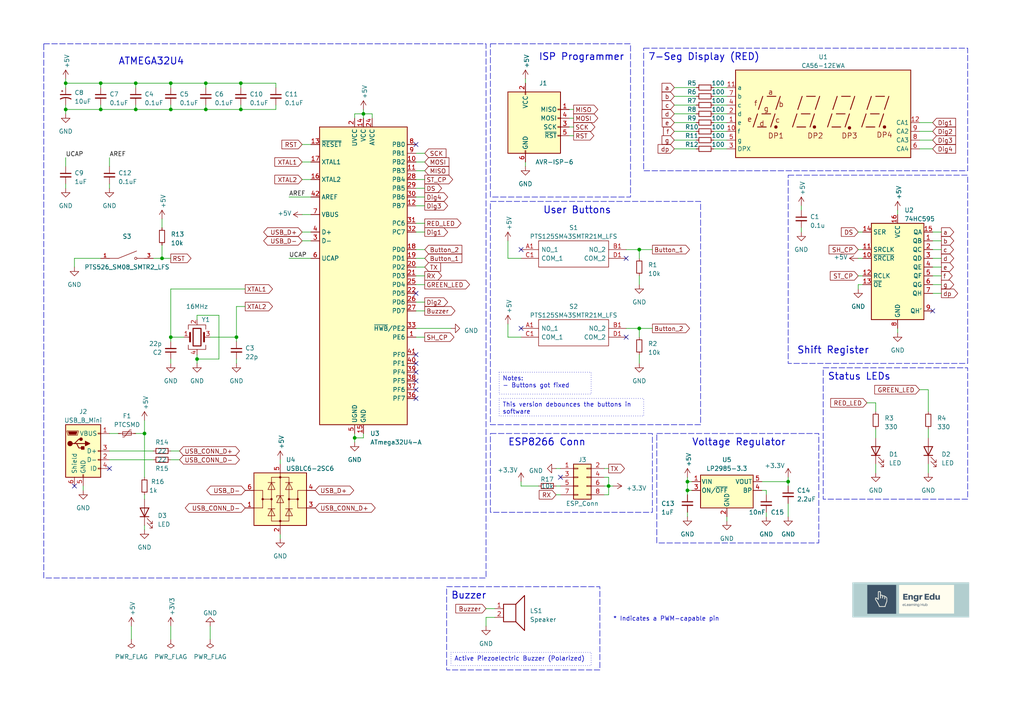
<source format=kicad_sch>
(kicad_sch (version 20230121) (generator eeschema)
  (paper "A4")
  (title_block (title "ATMEGA Kitchen Timer") (date "2023-04-15") (rev "3.0"))
  (lib_symbols
    (symbol "74xx:74HC595"
      (property "Reference" "U" (at -7.62 13.97 0))
      (property "Value" "74HC595" (at -7.62 -16.51 0))
      (symbol "74HC595_1_0"
        (pin tri_state line (at 10.16 7.62 180) (length 2.54) (name "QB") (number "1"))
        (pin input line (at -10.16 2.54 0) (length 2.54) (name "~{SRCLR}") (number "10"))
        (pin input line (at -10.16 5.08 0) (length 2.54) (name "SRCLK") (number "11"))
        (pin input line (at -10.16 -2.54 0) (length 2.54) (name "RCLK") (number "12"))
        (pin input line (at -10.16 -5.08 0) (length 2.54) (name "~{OE}") (number "13"))
        (pin input line (at -10.16 10.16 0) (length 2.54) (name "SER") (number "14"))
        (pin tri_state line (at 10.16 10.16 180) (length 2.54) (name "QA") (number "15"))
        (pin power_in line (at 0 15.24 270) (length 2.54) (name "VCC") (number "16"))
        (pin tri_state line (at 10.16 5.08 180) (length 2.54) (name "QC") (number "2"))
        (pin tri_state line (at 10.16 2.54 180) (length 2.54) (name "QD") (number "3"))
        (pin tri_state line (at 10.16 0 180) (length 2.54) (name "QE") (number "4"))
        (pin tri_state line (at 10.16 -2.54 180) (length 2.54) (name "QF") (number "5"))
        (pin tri_state line (at 10.16 -5.08 180) (length 2.54) (name "QG") (number "6"))
        (pin tri_state line (at 10.16 -7.62 180) (length 2.54) (name "QH") (number "7"))
        (pin power_in line (at 0 -17.78 90) (length 2.54) (name "GND") (number "8"))
        (pin output line (at 10.16 -12.7 180) (length 2.54) (name "QH'") (number "9"))
      )
    )
    (symbol "Connector:AVR-ISP-6" (pin_names (offset 1.016))
      (property "Reference" "J" (at -6.35 11.43 0))
      (property "Value" "AVR-ISP-6" (at 0 11.43 0))
      (symbol "AVR-ISP-6_1_1"
        (pin passive line (at 10.16 5.08 180) (length 2.54) (name "MISO") (number "1"))
        (pin passive line (at -2.54 12.7 270) (length 2.54) (name "VCC") (number "2"))
        (pin passive line (at 10.16 0 180) (length 2.54) (name "SCK") (number "3"))
        (pin passive line (at 10.16 2.54 180) (length 2.54) (name "MOSI") (number "4"))
        (pin passive line (at 10.16 -2.54 180) (length 2.54) (name "~{RST}") (number "5"))
        (pin passive line (at -2.54 -10.16 90) (length 2.54) (name "GND") (number "6"))
      )
    )
    (symbol "Connector:USB_B_Mini" (pin_names (offset 1.016))
      (property "Reference" "J" (at -5.08 11.43 0))
      (property "Value" "USB_B_Mini" (at -5.08 8.89 0))
      (symbol "USB_B_Mini_1_1"
        (pin power_out line (at 7.62 5.08 180) (length 2.54) (name "VBUS") (number "1"))
        (pin bidirectional line (at 7.62 -2.54 180) (length 2.54) (name "D-") (number "2"))
        (pin bidirectional line (at 7.62 0 180) (length 2.54) (name "D+") (number "3"))
        (pin passive line (at 7.62 -5.08 180) (length 2.54) (name "ID") (number "4"))
        (pin power_out line (at 0 -10.16 90) (length 2.54) (name "GND") (number "5"))
        (pin passive line (at -2.54 -10.16 90) (length 2.54) (name "Shield") (number "6"))
      )
    )
    (symbol "Connector_Generic:Conn_02x04_Odd_Even" (pin_names (offset 1.016) hide)
      (property "Reference" "J" (at 1.27 5.08 0))
      (property "Value" "Conn_02x04_Odd_Even" (at 1.27 -7.62 0))
      (symbol "Conn_02x04_Odd_Even_1_1"
        (pin passive line (at -5.08 2.54 0) (length 3.81) (name "Pin_1") (number "1"))
        (pin passive line (at 7.62 2.54 180) (length 3.81) (name "Pin_2") (number "2"))
        (pin passive line (at -5.08 0 0) (length 3.81) (name "Pin_3") (number "3"))
        (pin passive line (at 7.62 0 180) (length 3.81) (name "Pin_4") (number "4"))
        (pin passive line (at -5.08 -2.54 0) (length 3.81) (name "Pin_5") (number "5"))
        (pin passive line (at 7.62 -2.54 180) (length 3.81) (name "Pin_6") (number "6"))
        (pin passive line (at -5.08 -5.08 0) (length 3.81) (name "Pin_7") (number "7"))
        (pin passive line (at 7.62 -5.08 180) (length 3.81) (name "Pin_8") (number "8"))
      )
    )
    (symbol "Device:C_Polarized_Small_US" (pin_numbers hide) (pin_names (offset 0.254) hide)
      (property "Reference" "C" (at 0.254 1.778 0))
      (property "Value" "C_Polarized_Small_US" (at 0.254 -2.032 0))
      (symbol "C_Polarized_Small_US_1_1"
        (pin passive line (at 0 2.54 270) (length 2.032) (name "~") (number "1"))
        (pin passive line (at 0 -2.54 90) (length 2.032) (name "~") (number "2"))
      )
    )
    (symbol "Device:C_Small" (pin_numbers hide) (pin_names (offset 0.254) hide)
      (property "Reference" "C" (at 0.254 1.778 0))
      (property "Value" "C_Small" (at 0.254 -2.032 0))
      (symbol "C_Small_1_1"
        (pin passive line (at 0 2.54 270) (length 2.032) (name "~") (number "1"))
        (pin passive line (at 0 -2.54 90) (length 2.032) (name "~") (number "2"))
      )
    )
    (symbol "Device:Crystal_GND24" (pin_names (offset 1.016) hide)
      (property "Reference" "Y" (at 3.175 5.08 0))
      (property "Value" "Crystal_GND24" (at 3.175 3.175 0))
      (symbol "Crystal_GND24_1_1"
        (pin passive line (at -3.81 0 0) (length 1.27) (name "1") (number "1"))
        (pin passive line (at 0 5.08 270) (length 1.27) (name "2") (number "2"))
        (pin passive line (at 3.81 0 180) (length 1.27) (name "3") (number "3"))
        (pin passive line (at 0 -5.08 90) (length 1.27) (name "4") (number "4"))
      )
    )
    (symbol "Device:LED" (pin_numbers hide) (pin_names (offset 1.016) hide)
      (property "Reference" "D" (at 0 2.54 0))
      (property "Value" "LED" (at 0 -2.54 0))
      (symbol "LED_1_1"
        (pin passive line (at -3.81 0 0) (length 2.54) (name "K") (number "1"))
        (pin passive line (at 3.81 0 180) (length 2.54) (name "A") (number "2"))
      )
    )
    (symbol "Device:Polyfuse_Small" (pin_numbers hide) (pin_names (offset 0))
      (property "Reference" "F" (at -1.905 0 90))
      (property "Value" "Polyfuse_Small" (at 1.905 0 90))
      (symbol "Polyfuse_Small_1_1"
        (pin passive line (at 0 2.54 270) (length 0.635) (name "~") (number "1"))
        (pin passive line (at 0 -2.54 90) (length 0.635) (name "~") (number "2"))
      )
    )
    (symbol "Device:R_Small" (pin_numbers hide) (pin_names (offset 0.254) hide)
      (property "Reference" "R" (at 0.762 0.508 0))
      (property "Value" "R_Small" (at 0.762 -1.016 0))
      (symbol "R_Small_1_1"
        (pin passive line (at 0 2.54 270) (length 0.762) (name "~") (number "1"))
        (pin passive line (at 0 -2.54 90) (length 0.762) (name "~") (number "2"))
      )
    )
    (symbol "Device:Speaker" (pin_names (offset 0) hide)
      (property "Reference" "LS" (at 1.27 5.715 0))
      (property "Value" "Speaker" (at 1.27 3.81 0))
      (symbol "Speaker_1_1"
        (pin input line (at -5.08 0 0) (length 2.54) (name "1") (number "1"))
        (pin input line (at -5.08 -2.54 0) (length 2.54) (name "2") (number "2"))
      )
    )
    (symbol "Display_Character:CA56-12EWA"
      (property "Reference" "U" (at -24.13 13.97 0))
      (property "Value" "CA56-12EWA" (at 19.05 13.97 0))
      (symbol "CA56-12EWA_0_0"
        (text "a" (at -15.24 6.35 0) (effects (font (size 1.524 1.524))))
        (text "b" (at -12.192 2.794 0) (effects (font (size 1.524 1.524))))
        (text "c" (at -13.208 -1.778 0) (effects (font (size 1.524 1.524))))
        (text "d" (at -17.78 -2.794 0) (effects (font (size 1.524 1.524))))
        (text "DP1" (at -13.716 -6.35 0) (effects (font (size 1.524 1.524))))
        (text "DP2" (at -2.286 -6.35 0) (effects (font (size 1.524 1.524))))
        (text "DP3" (at 7.62 -6.35 0) (effects (font (size 1.524 1.524))))
        (text "DP4" (at 17.78 -6.096 0) (effects (font (size 1.524 1.524))))
        (text "e" (at -21.336 -1.524 0) (effects (font (size 1.524 1.524))))
        (text "f" (at -19.558 3.048 0) (effects (font (size 1.524 1.524))))
        (text "g" (at -16.51 1.524 0) (effects (font (size 1.524 1.524))))
      )
      (symbol "CA56-12EWA_1_1"
        (pin input line (at -27.94 -2.54 0) (length 2.54) (name "e") (number "1"))
        (pin input line (at -27.94 -5.08 0) (length 2.54) (name "f") (number "10"))
        (pin input line (at -27.94 7.62 0) (length 2.54) (name "a") (number "11"))
        (pin input line (at 27.94 -2.54 180) (length 2.54) (name "CA1") (number "12"))
        (pin input line (at -27.94 0 0) (length 2.54) (name "d") (number "2"))
        (pin input line (at -27.94 -10.16 0) (length 2.54) (name "DPX") (number "3"))
        (pin input line (at -27.94 2.54 0) (length 2.54) (name "c") (number "4"))
        (pin input line (at -27.94 -7.62 0) (length 2.54) (name "g") (number "5"))
        (pin input line (at 27.94 -10.16 180) (length 2.54) (name "CA4") (number "6"))
        (pin input line (at -27.94 5.08 0) (length 2.54) (name "b") (number "7"))
        (pin input line (at 27.94 -7.62 180) (length 2.54) (name "CA3") (number "8"))
        (pin input line (at 27.94 -5.08 180) (length 2.54) (name "CA2") (number "9"))
      )
    )
    (symbol "GND_1" (power) (pin_names (offset 0))
      (property "Value" "GND_1" (at 0 -3.81 0))
      (symbol "GND_1_1_1"
        (pin power_in line (at 0 0 270) (length 0) hide (name "GND") (number "1"))
      )
    )
    (symbol "GND_2" (power) (pin_names (offset 0))
      (property "Value" "GND_2" (at 0 -3.81 0))
      (symbol "GND_2_1_1"
        (pin power_in line (at 0 0 270) (length 0) hide (name "GND") (number "1"))
      )
    )
    (symbol "GND_3" (power) (pin_names (offset 0))
      (property "Value" "GND_3" (at 0 -3.81 0))
      (symbol "GND_3_1_1"
        (pin power_in line (at 0 0 270) (length 0) hide (name "GND") (number "1"))
      )
    )
    (symbol "MCU_Microchip_ATmega:ATmega32U4-A"
      (property "Reference" "U" (at -12.7 44.45 0))
      (property "Value" "ATmega32U4-A" (at 2.54 -44.45 0))
      (symbol "ATmega32U4-A_1_1"
        (pin bidirectional line (at 15.24 -17.78 180) (length 2.54) (name "PE6") (number "1"))
        (pin bidirectional line (at 15.24 33.02 180) (length 2.54) (name "PB2") (number "10"))
        (pin bidirectional line (at 15.24 30.48 180) (length 2.54) (name "PB3") (number "11"))
        (pin bidirectional line (at 15.24 20.32 180) (length 2.54) (name "PB7") (number "12"))
        (pin input line (at -15.24 38.1 0) (length 2.54) (name "~{RESET}") (number "13"))
        (pin power_in line (at 0 45.72 270) (length 2.54) (name "VCC") (number "14"))
        (pin power_in line (at 0 -45.72 90) (length 2.54) (name "GND") (number "15"))
        (pin output line (at -15.24 27.94 0) (length 2.54) (name "XTAL2") (number "16"))
        (pin input line (at -15.24 33.02 0) (length 2.54) (name "XTAL1") (number "17"))
        (pin bidirectional line (at 15.24 7.62 180) (length 2.54) (name "PD0") (number "18"))
        (pin bidirectional line (at 15.24 5.08 180) (length 2.54) (name "PD1") (number "19"))
        (pin power_in line (at -2.54 45.72 270) (length 2.54) (name "UVCC") (number "2"))
        (pin bidirectional line (at 15.24 2.54 180) (length 2.54) (name "PD2") (number "20"))
        (pin bidirectional line (at 15.24 0 180) (length 2.54) (name "PD3") (number "21"))
        (pin bidirectional line (at 15.24 -5.08 180) (length 2.54) (name "PD5") (number "22"))
        (pin passive line (at 0 -45.72 90) (length 2.54) hide (name "GND") (number "23"))
        (pin power_in line (at 2.54 45.72 270) (length 2.54) (name "AVCC") (number "24"))
        (pin bidirectional line (at 15.24 -2.54 180) (length 2.54) (name "PD4") (number "25"))
        (pin bidirectional line (at 15.24 -7.62 180) (length 2.54) (name "PD6") (number "26"))
        (pin bidirectional line (at 15.24 -10.16 180) (length 2.54) (name "PD7") (number "27"))
        (pin bidirectional line (at 15.24 27.94 180) (length 2.54) (name "PB4") (number "28"))
        (pin bidirectional line (at 15.24 25.4 180) (length 2.54) (name "PB5") (number "29"))
        (pin bidirectional line (at -15.24 10.16 0) (length 2.54) (name "D-") (number "3"))
        (pin bidirectional line (at 15.24 22.86 180) (length 2.54) (name "PB6") (number "30"))
        (pin bidirectional line (at 15.24 15.24 180) (length 2.54) (name "PC6") (number "31"))
        (pin bidirectional line (at 15.24 12.7 180) (length 2.54) (name "PC7") (number "32"))
        (pin bidirectional line (at 15.24 -15.24 180) (length 2.54) (name "~{HWB}/PE2") (number "33"))
        (pin passive line (at 0 45.72 270) (length 2.54) hide (name "VCC") (number "34"))
        (pin passive line (at 0 -45.72 90) (length 2.54) hide (name "GND") (number "35"))
        (pin bidirectional line (at 15.24 -35.56 180) (length 2.54) (name "PF7") (number "36"))
        (pin bidirectional line (at 15.24 -33.02 180) (length 2.54) (name "PF6") (number "37"))
        (pin bidirectional line (at 15.24 -30.48 180) (length 2.54) (name "PF5") (number "38"))
        (pin bidirectional line (at 15.24 -27.94 180) (length 2.54) (name "PF4") (number "39"))
        (pin bidirectional line (at -15.24 12.7 0) (length 2.54) (name "D+") (number "4"))
        (pin bidirectional line (at 15.24 -25.4 180) (length 2.54) (name "PF1") (number "40"))
        (pin bidirectional line (at 15.24 -22.86 180) (length 2.54) (name "PF0") (number "41"))
        (pin passive line (at -15.24 22.86 0) (length 2.54) (name "AREF") (number "42"))
        (pin passive line (at 0 -45.72 90) (length 2.54) hide (name "GND") (number "43"))
        (pin passive line (at 2.54 45.72 270) (length 2.54) hide (name "AVCC") (number "44"))
        (pin passive line (at -2.54 -45.72 90) (length 2.54) (name "UGND") (number "5"))
        (pin passive line (at -15.24 5.08 0) (length 2.54) (name "UCAP") (number "6"))
        (pin input line (at -15.24 17.78 0) (length 2.54) (name "VBUS") (number "7"))
        (pin bidirectional line (at 15.24 38.1 180) (length 2.54) (name "PB0") (number "8"))
        (pin bidirectional line (at 15.24 35.56 180) (length 2.54) (name "PB1") (number "9"))
      )
    )
    (symbol "PTS125_SMD_Button:PTS125SM43SMTR21M_LFS" (pin_names (offset 0.762))
      (property "Reference" "S" (at 26.67 7.62 0))
      (property "Value" "PTS125SM43SMTR21M_LFS" (at 26.67 5.08 0))
      (symbol "PTS125SM43SMTR21M_LFS_0_0"
        (pin passive line (at 0 0 0) (length 5.08) (name "NO_1") (number "A1"))
        (pin passive line (at 30.48 0 180) (length 5.08) (name "NO_2") (number "B1"))
        (pin passive line (at 0 -2.54 0) (length 5.08) (name "COM_1") (number "C1"))
        (pin passive line (at 30.48 -2.54 180) (length 5.08) (name "COM_2") (number "D1"))
      )
    )
    (symbol "PTS526_SMD_Button:PTS526_SM08_SMTR2_LFS" (pin_names (offset 1.016))
      (property "Reference" "S" (at -2.54 2.54 0))
      (property "Value" "PTS526_SM08_SMTR2_LFS" (at -2.54 -2.54 0))
      (symbol "PTS526_SM08_SMTR2_LFS_0_0"
        (pin passive line (at -7.62 0 0) (length 2.54) (name "~") (number "1"))
        (pin passive line (at 7.62 0 180) (length 2.54) (name "~") (number "3"))
      )
    )
    (symbol "Power_Protection:USBLC6-2SC6" (pin_names hide)
      (property "Reference" "U" (at 2.54 8.89 0))
      (property "Value" "USBLC6-2SC6" (at 2.54 -8.89 0))
      (symbol "USBLC6-2SC6_1_1"
        (pin passive line (at -10.16 -2.54 0) (length 2.54) (name "I/O1") (number "1"))
        (pin passive line (at 0 -10.16 90) (length 2.54) (name "GND") (number "2"))
        (pin passive line (at 10.16 -2.54 180) (length 2.54) (name "I/O2") (number "3"))
        (pin passive line (at 10.16 2.54 180) (length 2.54) (name "I/O2") (number "4"))
        (pin passive line (at 0 10.16 270) (length 2.54) (name "VBUS") (number "5"))
        (pin passive line (at -10.16 2.54 0) (length 2.54) (name "I/O1") (number "6"))
      )
    )
    (symbol "Regulator_Linear:LP2985-3.3" (pin_names (offset 0.254))
      (property "Reference" "U" (at -6.35 5.715 0))
      (property "Value" "LP2985-3.3" (at 0 5.715 0))
      (symbol "LP2985-3.3_1_1"
        (pin power_in line (at -10.16 2.54 0) (length 2.54) (name "VIN") (number "1"))
        (pin power_in line (at 0 -7.62 90) (length 2.54) (name "GND") (number "2"))
        (pin input line (at -10.16 0 0) (length 2.54) (name "ON/~{OFF}") (number "3"))
        (pin input line (at 10.16 0 180) (length 2.54) (name "BP") (number "4"))
        (pin power_out line (at 10.16 2.54 180) (length 2.54) (name "VOUT") (number "5"))
      )
    )
    (symbol "power:+3.3V" (power) (pin_names (offset 0))
      (property "Value" "+3.3V" (at 0 3.556 0))
      (symbol "+3.3V_1_1"
        (pin power_in line (at 0 0 90) (length 0) hide (name "+3.3V") (number "1"))
      )
    )
    (symbol "power:+3V3" (power) (pin_names (offset 0))
      (property "Value" "+3V3" (at 0 3.556 0))
      (symbol "+3V3_1_1"
        (pin power_in line (at 0 0 90) (length 0) hide (name "+3V3") (number "1"))
      )
    )
    (symbol "power:+5V" (power) (pin_names (offset 0))
      (property "Value" "+5V" (at 0 3.556 0))
      (symbol "+5V_1_1"
        (pin power_in line (at 0 0 90) (length 0) hide (name "+5V") (number "1"))
      )
    )
    (symbol "power:GND" (power) (pin_names (offset 0))
      (property "Value" "GND" (at 0 -3.81 0))
      (symbol "GND_1_1"
        (pin power_in line (at 0 0 270) (length 0) hide (name "GND") (number "1"))
      )
    )
    (symbol "power:PWR_FLAG" (power) (pin_numbers hide) (pin_names (offset 0) hide)
      (property "Value" "PWR_FLAG" (at 0 3.81 0))
      (symbol "PWR_FLAG_0_0"
        (pin power_out line (at 0 0 90) (length 0) (name "pwr") (number "1"))
      )
    )
  )
  (junction (at 46.99 74.93))
  (junction (at 57.15 104.14))
  (junction (at 228.6 139.7))
  (junction (at 49.53 97.79))
  (junction (at 49.53 31.75))
  (junction (at 29.21 31.75))
  (junction (at 199.39 139.7))
  (junction (at 41.91 125.73))
  (junction (at 185.42 72.39))
  (junction (at 69.85 24.13))
  (junction (at 199.39 142.24))
  (junction (at 185.42 95.25))
  (junction (at 102.87 127))
  (junction (at 29.21 24.13))
  (junction (at 105.41 33.02))
  (junction (at 39.37 24.13))
  (junction (at 69.85 31.75))
  (junction (at 176.53 140.97))
  (junction (at 49.53 24.13))
  (junction (at 19.05 24.13))
  (junction (at 59.69 24.13))
  (junction (at 19.05 31.75))
  (junction (at 59.69 31.75))
  (junction (at 68.58 97.79))
  (junction (at 39.37 31.75))
  (no_connect (at 120.65 113.03))
  (no_connect (at 120.65 115.57))
  (no_connect (at 162.56 138.43))
  (no_connect (at 120.65 85.09))
  (no_connect (at 120.65 110.49))
  (no_connect (at 181.61 74.93))
  (no_connect (at 151.13 72.39))
  (no_connect (at 120.65 107.95))
  (no_connect (at 181.61 97.79))
  (no_connect (at 31.75 135.89))
  (no_connect (at 21.59 140.97))
  (no_connect (at 120.65 41.91))
  (no_connect (at 151.13 95.25))
  (no_connect (at 270.51 90.17))
  (no_connect (at 120.65 105.41))
  (no_connect (at 120.65 102.87))
  (wire (pts (xy 105.41 125.73) (xy 105.41 127)))
  (wire (pts (xy 228.6 138.43) (xy 228.6 139.7)))
  (wire (pts (xy 24.13 140.97) (xy 24.13 142.24)))
  (wire (pts (xy 19.05 24.13) (xy 19.05 25.4)))
  (wire (pts (xy 31.75 45.72) (xy 31.75 48.26)))
  (wire (pts (xy 260.35 95.25) (xy 260.35 96.52)))
  (wire (pts (xy 80.01 25.4) (xy 80.01 24.13)))
  (wire (pts (xy 185.42 95.25) (xy 185.42 97.79)))
  (wire (pts (xy 39.37 24.13) (xy 49.53 24.13)))
  (wire (pts (xy 59.69 30.48) (xy 59.69 31.75)))
  (wire (pts (xy 207.01 30.48) (xy 210.82 30.48)))
  (wire (pts (xy 19.05 31.75) (xy 19.05 33.02)))
  (wire (pts (xy 31.75 133.35) (xy 44.45 133.35)))
  (wire (pts (xy 49.53 99.06) (xy 49.53 97.79)))
  (wire (pts (xy 69.85 25.4) (xy 69.85 24.13)))
  (wire (pts (xy 57.15 104.14) (xy 57.15 105.41)))
  (wire (pts (xy 175.26 138.43) (xy 176.53 138.43)))
  (wire (pts (xy 69.85 24.13) (xy 80.01 24.13)))
  (wire (pts (xy 49.53 24.13) (xy 59.69 24.13)))
  (wire (pts (xy 60.96 181.61) (xy 60.96 185.42)))
  (wire (pts (xy 120.65 74.93) (xy 123.19 74.93)))
  (wire (pts (xy 120.65 57.15) (xy 123.19 57.15)))
  (wire (pts (xy 140.97 179.07) (xy 140.97 181.61)))
  (wire (pts (xy 120.65 90.17) (xy 123.19 90.17)))
  (wire (pts (xy 57.15 91.44) (xy 63.5 91.44)))
  (wire (pts (xy 270.51 67.31) (xy 273.05 67.31)))
  (wire (pts (xy 49.53 83.82) (xy 49.53 97.79)))
  (wire (pts (xy 185.42 95.25) (xy 189.23 95.25)))
  (wire (pts (xy 185.42 72.39) (xy 185.42 74.93)))
  (wire (pts (xy 228.6 146.05) (xy 228.6 149.86)))
  (wire (pts (xy 105.41 33.02) (xy 105.41 34.29)))
  (wire (pts (xy 46.99 63.5) (xy 46.99 66.04)))
  (wire (pts (xy 21.59 74.93) (xy 29.21 74.93)))
  (wire (pts (xy 120.65 80.01) (xy 123.19 80.01)))
  (wire (pts (xy 254 124.46) (xy 254 127)))
  (wire (pts (xy 41.91 143.51) (xy 41.91 144.78)))
  (wire (pts (xy 105.41 31.75) (xy 105.41 33.02)))
  (wire (pts (xy 248.92 72.39) (xy 250.19 72.39)))
  (wire (pts (xy 87.63 62.23) (xy 90.17 62.23)))
  (wire (pts (xy 222.25 148.59) (xy 222.25 149.86)))
  (wire (pts (xy 38.1 181.61) (xy 38.1 185.42)))
  (wire (pts (xy 161.29 143.51) (xy 162.56 143.51)))
  (wire (pts (xy 176.53 138.43) (xy 176.53 140.97)))
  (wire (pts (xy 57.15 102.87) (xy 57.15 104.14)))
  (wire (pts (xy 199.39 139.7) (xy 199.39 142.24)))
  (wire (pts (xy 39.37 31.75) (xy 29.21 31.75)))
  (wire (pts (xy 87.63 67.31) (xy 90.17 67.31)))
  (wire (pts (xy 195.58 30.48) (xy 201.93 30.48)))
  (wire (pts (xy 140.97 176.53) (xy 143.51 176.53)))
  (wire (pts (xy 59.69 31.75) (xy 49.53 31.75)))
  (wire (pts (xy 266.7 38.1) (xy 270.51 38.1)))
  (wire (pts (xy 87.63 52.07) (xy 90.17 52.07)))
  (wire (pts (xy 19.05 53.34) (xy 19.05 54.61)))
  (wire (pts (xy 269.24 113.03) (xy 269.24 119.38)))
  (wire (pts (xy 49.53 181.61) (xy 49.53 185.42)))
  (wire (pts (xy 49.53 133.35) (xy 52.07 133.35)))
  (wire (pts (xy 199.39 138.43) (xy 199.39 139.7)))
  (wire (pts (xy 195.58 27.94) (xy 201.93 27.94)))
  (wire (pts (xy 19.05 31.75) (xy 29.21 31.75)))
  (wire (pts (xy 39.37 30.48) (xy 39.37 31.75)))
  (wire (pts (xy 250.19 82.55) (xy 248.92 82.55)))
  (wire (pts (xy 69.85 31.75) (xy 80.01 31.75)))
  (wire (pts (xy 83.82 74.93) (xy 90.17 74.93)))
  (wire (pts (xy 156.21 140.97) (xy 151.13 140.97)))
  (wire (pts (xy 81.28 133.35) (xy 81.28 134.62)))
  (wire (pts (xy 161.29 140.97) (xy 162.56 140.97)))
  (wire (pts (xy 29.21 30.48) (xy 29.21 31.75)))
  (wire (pts (xy 269.24 124.46) (xy 269.24 127)))
  (wire (pts (xy 175.26 143.51) (xy 176.53 143.51)))
  (wire (pts (xy 195.58 35.56) (xy 201.93 35.56)))
  (wire (pts (xy 260.35 60.96) (xy 260.35 62.23)))
  (wire (pts (xy 266.7 113.03) (xy 269.24 113.03)))
  (wire (pts (xy 176.53 140.97) (xy 176.53 143.51)))
  (wire (pts (xy 102.87 125.73) (xy 102.87 127)))
  (wire (pts (xy 199.39 148.59) (xy 199.39 149.86)))
  (wire (pts (xy 228.6 140.97) (xy 228.6 139.7)))
  (wire (pts (xy 105.41 127) (xy 102.87 127)))
  (wire (pts (xy 68.58 88.9) (xy 68.58 97.79)))
  (wire (pts (xy 102.87 127) (xy 102.87 128.27)))
  (wire (pts (xy 232.41 59.69) (xy 232.41 60.96)))
  (wire (pts (xy 29.21 24.13) (xy 39.37 24.13)))
  (wire (pts (xy 195.58 38.1) (xy 201.93 38.1)))
  (wire (pts (xy 31.75 125.73) (xy 34.29 125.73)))
  (wire (pts (xy 46.99 71.12) (xy 46.99 74.93)))
  (wire (pts (xy 248.92 67.31) (xy 250.19 67.31)))
  (wire (pts (xy 207.01 25.4) (xy 210.82 25.4)))
  (wire (pts (xy 165.1 36.83) (xy 166.37 36.83)))
  (wire (pts (xy 39.37 25.4) (xy 39.37 24.13)))
  (wire (pts (xy 185.42 72.39) (xy 189.23 72.39)))
  (wire (pts (xy 81.28 154.94) (xy 81.28 156.21)))
  (wire (pts (xy 31.75 53.34) (xy 31.75 54.61)))
  (wire (pts (xy 44.45 74.93) (xy 46.99 74.93)))
  (wire (pts (xy 220.98 142.24) (xy 222.25 142.24)))
  (wire (pts (xy 120.65 77.47) (xy 123.19 77.47)))
  (wire (pts (xy 31.75 130.81) (xy 44.45 130.81)))
  (wire (pts (xy 147.32 97.79) (xy 147.32 93.98)))
  (wire (pts (xy 49.53 25.4) (xy 49.53 24.13)))
  (wire (pts (xy 152.4 46.99) (xy 152.4 48.26)))
  (wire (pts (xy 175.26 140.97) (xy 176.53 140.97)))
  (wire (pts (xy 49.53 97.79) (xy 53.34 97.79)))
  (wire (pts (xy 176.53 140.97) (xy 177.8 140.97)))
  (wire (pts (xy 269.24 134.62) (xy 269.24 137.16)))
  (wire (pts (xy 270.51 80.01) (xy 273.05 80.01)))
  (wire (pts (xy 266.7 40.64) (xy 270.51 40.64)))
  (wire (pts (xy 120.65 64.77) (xy 123.19 64.77)))
  (wire (pts (xy 151.13 140.97) (xy 151.13 139.7)))
  (wire (pts (xy 175.26 135.89) (xy 176.53 135.89)))
  (wire (pts (xy 248.92 74.93) (xy 250.19 74.93)))
  (wire (pts (xy 207.01 33.02) (xy 210.82 33.02)))
  (wire (pts (xy 102.87 33.02) (xy 105.41 33.02)))
  (wire (pts (xy 165.1 34.29) (xy 166.37 34.29)))
  (wire (pts (xy 49.53 130.81) (xy 52.07 130.81)))
  (wire (pts (xy 195.58 43.18) (xy 201.93 43.18)))
  (wire (pts (xy 143.51 179.07) (xy 140.97 179.07)))
  (wire (pts (xy 228.6 139.7) (xy 220.98 139.7)))
  (wire (pts (xy 181.61 95.25) (xy 185.42 95.25)))
  (wire (pts (xy 181.61 72.39) (xy 185.42 72.39)))
  (wire (pts (xy 120.65 44.45) (xy 123.19 44.45)))
  (wire (pts (xy 46.99 74.93) (xy 49.53 74.93)))
  (wire (pts (xy 41.91 152.4) (xy 41.91 153.67)))
  (wire (pts (xy 49.53 31.75) (xy 39.37 31.75)))
  (wire (pts (xy 39.37 125.73) (xy 41.91 125.73)))
  (wire (pts (xy 63.5 91.44) (xy 63.5 104.14)))
  (wire (pts (xy 80.01 30.48) (xy 80.01 31.75)))
  (wire (pts (xy 120.65 97.79) (xy 123.19 97.79)))
  (wire (pts (xy 107.95 33.02) (xy 105.41 33.02)))
  (wire (pts (xy 49.53 104.14) (xy 49.53 105.41)))
  (wire (pts (xy 248.92 82.55) (xy 248.92 83.82)))
  (wire (pts (xy 207.01 40.64) (xy 210.82 40.64)))
  (wire (pts (xy 41.91 121.92) (xy 41.91 125.73)))
  (wire (pts (xy 270.51 72.39) (xy 273.05 72.39)))
  (wire (pts (xy 207.01 27.94) (xy 210.82 27.94)))
  (wire (pts (xy 195.58 33.02) (xy 201.93 33.02)))
  (wire (pts (xy 49.53 30.48) (xy 49.53 31.75)))
  (wire (pts (xy 120.65 87.63) (xy 123.19 87.63)))
  (wire (pts (xy 199.39 142.24) (xy 200.66 142.24)))
  (wire (pts (xy 207.01 38.1) (xy 210.82 38.1)))
  (wire (pts (xy 151.13 74.93) (xy 147.32 74.93)))
  (wire (pts (xy 232.41 66.04) (xy 232.41 67.31)))
  (wire (pts (xy 120.65 49.53) (xy 123.19 49.53)))
  (wire (pts (xy 83.82 57.15) (xy 90.17 57.15)))
  (wire (pts (xy 199.39 142.24) (xy 199.39 143.51)))
  (wire (pts (xy 185.42 80.01) (xy 185.42 82.55)))
  (wire (pts (xy 59.69 25.4) (xy 59.69 24.13)))
  (wire (pts (xy 41.91 125.73) (xy 41.91 138.43)))
  (wire (pts (xy 270.51 74.93) (xy 273.05 74.93)))
  (wire (pts (xy 266.7 43.18) (xy 270.51 43.18)))
  (wire (pts (xy 165.1 31.75) (xy 166.37 31.75)))
  (wire (pts (xy 151.13 97.79) (xy 147.32 97.79)))
  (wire (pts (xy 270.51 77.47) (xy 273.05 77.47)))
  (wire (pts (xy 59.69 31.75) (xy 69.85 31.75)))
  (wire (pts (xy 270.51 69.85) (xy 273.05 69.85)))
  (wire (pts (xy 120.65 46.99) (xy 123.19 46.99)))
  (wire (pts (xy 107.95 34.29) (xy 107.95 33.02)))
  (wire (pts (xy 165.1 39.37) (xy 166.37 39.37)))
  (wire (pts (xy 161.29 135.89) (xy 162.56 135.89)))
  (wire (pts (xy 87.63 46.99) (xy 90.17 46.99)))
  (wire (pts (xy 210.82 149.86) (xy 210.82 151.13)))
  (wire (pts (xy 185.42 102.87) (xy 185.42 105.41)))
  (wire (pts (xy 195.58 25.4) (xy 201.93 25.4)))
  (wire (pts (xy 195.58 40.64) (xy 201.93 40.64)))
  (wire (pts (xy 19.05 24.13) (xy 29.21 24.13)))
  (wire (pts (xy 60.96 97.79) (xy 68.58 97.79)))
  (wire (pts (xy 68.58 104.14) (xy 68.58 105.41)))
  (wire (pts (xy 71.12 88.9) (xy 68.58 88.9)))
  (wire (pts (xy 120.65 67.31) (xy 123.19 67.31)))
  (wire (pts (xy 254 116.84) (xy 254 119.38)))
  (wire (pts (xy 69.85 30.48) (xy 69.85 31.75)))
  (wire (pts (xy 254 134.62) (xy 254 137.16)))
  (wire (pts (xy 120.65 82.55) (xy 123.19 82.55)))
  (wire (pts (xy 71.12 83.82) (xy 49.53 83.82)))
  (wire (pts (xy 87.63 41.91) (xy 90.17 41.91)))
  (wire (pts (xy 222.25 142.24) (xy 222.25 143.51)))
  (wire (pts (xy 69.85 24.13) (xy 59.69 24.13)))
  (wire (pts (xy 120.65 52.07) (xy 123.19 52.07)))
  (wire (pts (xy 63.5 104.14) (xy 57.15 104.14)))
  (wire (pts (xy 120.65 72.39) (xy 123.19 72.39)))
  (wire (pts (xy 19.05 45.72) (xy 19.05 48.26)))
  (wire (pts (xy 57.15 92.71) (xy 57.15 91.44)))
  (wire (pts (xy 19.05 30.48) (xy 19.05 31.75)))
  (wire (pts (xy 68.58 97.79) (xy 68.58 99.06)))
  (wire (pts (xy 29.21 25.4) (xy 29.21 24.13)))
  (wire (pts (xy 207.01 35.56) (xy 210.82 35.56)))
  (wire (pts (xy 270.51 85.09) (xy 273.05 85.09)))
  (wire (pts (xy 147.32 74.93) (xy 147.32 69.85)))
  (wire (pts (xy 200.66 139.7) (xy 199.39 139.7)))
  (wire (pts (xy 87.63 69.85) (xy 90.17 69.85)))
  (wire (pts (xy 19.05 22.86) (xy 19.05 24.13)))
  (wire (pts (xy 120.65 54.61) (xy 123.19 54.61)))
  (wire (pts (xy 102.87 34.29) (xy 102.87 33.02)))
  (wire (pts (xy 21.59 77.47) (xy 21.59 74.93)))
  (wire (pts (xy 266.7 35.56) (xy 270.51 35.56)))
  (wire (pts (xy 120.65 59.69) (xy 123.19 59.69)))
  (wire (pts (xy 248.92 80.01) (xy 250.19 80.01)))
  (wire (pts (xy 120.65 95.25) (xy 130.81 95.25)))
  (wire (pts (xy 251.46 116.84) (xy 254 116.84)))
  (wire (pts (xy 270.51 82.55) (xy 273.05 82.55)))
  (wire (pts (xy 152.4 22.86) (xy 152.4 24.13)))
  (wire (pts (xy 207.01 43.18) (xy 210.82 43.18)))
  (rectangle (start 142.24 12.7) (end 182.88 57.15) (stroke (width 0) (type dash)))
  (rectangle (start 190.5 125.73) (end 237.49 157.48) (stroke (width 0) (type dash)))
  (rectangle (start 238.76 106.68) (end 280.67 144.78) (stroke (width 0) (type dash)))
  (rectangle (start 12.7 12.7) (end 140.97 167.64) (stroke (width 0) (type dash)))
  (rectangle (start 129.54 170.18) (end 173.99 194.31) (stroke (width 0) (type dash)))
  (rectangle (start 142.24 58.42) (end 203.2 123.19) (stroke (width 0) (type dash)))
  (rectangle (start 228.6 50.8) (end 280.67 105.41) (stroke (width 0) (type dash)))
  (rectangle (start 186.69 13.97) (end 280.67 49.53) (stroke (width 0) (type dash)))
  (rectangle (start 142.24 125.73) (end 189.23 148.59) (stroke (width 0) (type dash)))
  (image (at 264.16 173.99) (scale 0.800628))
  (text_box "Notes:\n- Buttons got fixed" (at 144.78 107.95 0) (size 26.67 6.35) (stroke (width 0) (type dot)) (effects (font (size 1.27 1.27)) (justify left top)))
  (text_box "Active Piezoelectric Buzzer (Polarized)" (at 130.81 189.23 0) (size 40.64 3.81) (stroke (width 0) (type dot)) (effects (font (size 1.27 1.27)) (justify left top)))
  (text_box "This version debounces the buttons in software" (at 144.78 115.57 0) (size 41.91 5.08) (stroke (width 0) (type dot)) (effects (font (size 1.27 1.27)) (justify left top)))
  (text "Shift Register" (at 231.14 102.87 0) (effects (font (size 2 2) (thickness 0.254) bold) (justify left bottom)))
  (text "Voltage Regulator" (at 200.66 129.54 0) (effects (font (size 2 2) (thickness 0.254) bold) (justify left bottom)))
  (text "Status LEDs" (at 240.03 110.49 0) (effects (font (size 2 2) (thickness 0.254) bold) (justify left bottom)))
  (text "ATMEGA32U4" (at 34.29 19.05 0) (effects (font (size 2 2) (thickness 0.254) bold) (justify left bottom)))
  (text "User Buttons" (at 157.48 62.23 0) (effects (font (size 2 2) (thickness 0.254) bold) (justify left bottom)))
  (text "Buzzer" (at 130.81 173.99 0) (effects (font (size 2 2) (thickness 0.254) bold) (justify left bottom)))
  (text "* Indicates a PWM-capable pin" (at 177.8 180.34 0) (effects (font (size 1.27 1.27)) (justify left bottom)))
  (text "7-Seg Display (RED)" (at 187.96 17.78 0) (effects (font (size 2 2) (thickness 0.254) bold) (justify left bottom)))
  (text "ISP Programmer" (at 156.21 17.78 0) (effects (font (size 2 2) (thickness 0.254) bold) (justify left bottom)))
  (text "ESP8266 Conn\n" (at 147.32 129.54 0) (effects (font (size 2 2) (thickness 0.254) bold) (justify left bottom)))
  (label "UCAP" (at 19.05 45.72 0))
  (label "UCAP" (at 83.82 74.93 0))
  (label "AREF" (at 31.75 45.72 0))
  (label "AREF" (at 83.82 57.15 0))
  (global_label "XTAL1" (shape input) (at 87.63 46.99 180) (property "Intersheetrefs" "${INTERSHEET_REFS}" (effects hide)))
  (global_label "SCK" (shape input) (at 123.19 44.45 0) (property "Intersheetrefs" "${INTERSHEET_REFS}" (effects hide)))
  (global_label "RST" (shape output) (at 49.53 74.93 0) (property "Intersheetrefs" "${INTERSHEET_REFS}" (effects hide)))
  (global_label "GREEN_LED" (shape output) (at 123.19 82.55 0) (property "Intersheetrefs" "${INTERSHEET_REFS}" (effects hide)))
  (global_label "e" (shape output) (at 273.05 77.47 0) (property "Intersheetrefs" "${INTERSHEET_REFS}" (effects hide)))
  (global_label "Button_1" (shape output) (at 189.23 72.39 0) (property "Intersheetrefs" "${INTERSHEET_REFS}" (effects hide)))
  (global_label "DS" (shape output) (at 123.19 54.61 0) (property "Intersheetrefs" "${INTERSHEET_REFS}" (effects hide)))
  (global_label "XTAL2" (shape output) (at 71.12 88.9 0) (property "Intersheetrefs" "${INTERSHEET_REFS}" (effects hide)))
  (global_label "g" (shape output) (at 273.05 82.55 0) (property "Intersheetrefs" "${INTERSHEET_REFS}" (effects hide)))
  (global_label "dp" (shape output) (at 273.05 85.09 0) (property "Intersheetrefs" "${INTERSHEET_REFS}" (effects hide)))
  (global_label "Button_1" (shape input) (at 123.19 74.93 0) (property "Intersheetrefs" "${INTERSHEET_REFS}" (effects hide)))
  (global_label "TX" (shape input) (at 123.19 77.47 0) (property "Intersheetrefs" "${INTERSHEET_REFS}" (effects hide)))
  (global_label "b" (shape input) (at 195.58 27.94 180) (property "Intersheetrefs" "${INTERSHEET_REFS}" (effects hide)))
  (global_label "SH_CP" (shape output) (at 123.19 97.79 0) (property "Intersheetrefs" "${INTERSHEET_REFS}" (effects hide)))
  (global_label "f" (shape output) (at 273.05 80.01 0) (property "Intersheetrefs" "${INTERSHEET_REFS}" (effects hide)))
  (global_label "ST_CP" (shape input) (at 248.92 80.01 180) (property "Intersheetrefs" "${INTERSHEET_REFS}" (effects hide)))
  (global_label "RST" (shape output) (at 166.37 39.37 0) (property "Intersheetrefs" "${INTERSHEET_REFS}" (effects hide)))
  (global_label "ST_CP" (shape output) (at 123.19 52.07 0) (property "Intersheetrefs" "${INTERSHEET_REFS}" (effects hide)))
  (global_label "USB_CONN_D-" (shape bidirectional) (at 71.12 147.32 180) (property "Intersheetrefs" "${INTERSHEET_REFS}" (effects hide)))
  (global_label "d" (shape input) (at 195.58 33.02 180) (property "Intersheetrefs" "${INTERSHEET_REFS}" (effects hide)))
  (global_label "USB_D+" (shape bidirectional) (at 87.63 67.31 180) (property "Intersheetrefs" "${INTERSHEET_REFS}" (effects hide)))
  (global_label "a" (shape input) (at 195.58 25.4 180) (property "Intersheetrefs" "${INTERSHEET_REFS}" (effects hide)))
  (global_label "Dig1" (shape output) (at 123.19 67.31 0) (property "Intersheetrefs" "${INTERSHEET_REFS}" (effects hide)))
  (global_label "USB_D-" (shape bidirectional) (at 87.63 69.85 180) (property "Intersheetrefs" "${INTERSHEET_REFS}" (effects hide)))
  (global_label "MISO" (shape input) (at 123.19 49.53 0) (property "Intersheetrefs" "${INTERSHEET_REFS}" (effects hide)))
  (global_label "USB_CONN_D+" (shape bidirectional) (at 52.07 130.81 0) (property "Intersheetrefs" "${INTERSHEET_REFS}" (effects hide)))
  (global_label "SCK" (shape output) (at 166.37 36.83 0) (property "Intersheetrefs" "${INTERSHEET_REFS}" (effects hide)))
  (global_label "c" (shape output) (at 273.05 72.39 0) (property "Intersheetrefs" "${INTERSHEET_REFS}" (effects hide)))
  (global_label "USB_CONN_D+" (shape bidirectional) (at 91.44 147.32 0) (property "Intersheetrefs" "${INTERSHEET_REFS}" (effects hide)))
  (global_label "RX" (shape input) (at 161.29 143.51 180) (property "Intersheetrefs" "${INTERSHEET_REFS}" (effects hide)))
  (global_label "g" (shape input) (at 195.58 40.64 180) (property "Intersheetrefs" "${INTERSHEET_REFS}" (effects hide)))
  (global_label "Dig1" (shape input) (at 270.51 35.56 0) (property "Intersheetrefs" "${INTERSHEET_REFS}" (effects hide)))
  (global_label "USB_D+" (shape bidirectional) (at 91.44 142.24 0) (property "Intersheetrefs" "${INTERSHEET_REFS}" (effects hide)))
  (global_label "GREEN_LED" (shape input) (at 266.7 113.03 180) (property "Intersheetrefs" "${INTERSHEET_REFS}" (effects hide)))
  (global_label "a" (shape output) (at 273.05 67.31 0) (property "Intersheetrefs" "${INTERSHEET_REFS}" (effects hide)))
  (global_label "Dig2" (shape input) (at 270.51 38.1 0) (property "Intersheetrefs" "${INTERSHEET_REFS}" (effects hide)))
  (global_label "XTAL1" (shape output) (at 71.12 83.82 0) (property "Intersheetrefs" "${INTERSHEET_REFS}" (effects hide)))
  (global_label "Dig3" (shape output) (at 123.19 59.69 0) (property "Intersheetrefs" "${INTERSHEET_REFS}" (effects hide)))
  (global_label "DS" (shape input) (at 248.92 67.31 180) (property "Intersheetrefs" "${INTERSHEET_REFS}" (effects hide)))
  (global_label "RX" (shape output) (at 123.19 80.01 0) (property "Intersheetrefs" "${INTERSHEET_REFS}" (effects hide)))
  (global_label "SH_CP" (shape input) (at 248.92 72.39 180) (property "Intersheetrefs" "${INTERSHEET_REFS}" (effects hide)))
  (global_label "Button_2" (shape output) (at 189.23 95.25 0) (property "Intersheetrefs" "${INTERSHEET_REFS}" (effects hide)))
  (global_label "Dig4" (shape input) (at 270.51 43.18 0) (property "Intersheetrefs" "${INTERSHEET_REFS}" (effects hide)))
  (global_label "MOSI" (shape input) (at 123.19 46.99 0) (property "Intersheetrefs" "${INTERSHEET_REFS}" (effects hide)))
  (global_label "XTAL2" (shape input) (at 87.63 52.07 180) (property "Intersheetrefs" "${INTERSHEET_REFS}" (effects hide)))
  (global_label "c" (shape input) (at 195.58 30.48 180) (property "Intersheetrefs" "${INTERSHEET_REFS}" (effects hide)))
  (global_label "Button_2" (shape input) (at 123.19 72.39 0) (property "Intersheetrefs" "${INTERSHEET_REFS}" (effects hide)))
  (global_label "USB_D-" (shape bidirectional) (at 71.12 142.24 180) (property "Intersheetrefs" "${INTERSHEET_REFS}" (effects hide)))
  (global_label "dp" (shape input) (at 195.58 43.18 180) (property "Intersheetrefs" "${INTERSHEET_REFS}" (effects hide)))
  (global_label "RST" (shape input) (at 87.63 41.91 180) (property "Intersheetrefs" "${INTERSHEET_REFS}" (effects hide)))
  (global_label "RED_LED" (shape output) (at 123.19 64.77 0) (property "Intersheetrefs" "${INTERSHEET_REFS}" (effects hide)))
  (global_label "Buzzer" (shape output) (at 123.19 90.17 0) (property "Intersheetrefs" "${INTERSHEET_REFS}" (effects hide)))
  (global_label "Dig3" (shape input) (at 270.51 40.64 0) (property "Intersheetrefs" "${INTERSHEET_REFS}" (effects hide)))
  (global_label "Buzzer" (shape input) (at 140.97 176.53 180) (property "Intersheetrefs" "${INTERSHEET_REFS}" (effects hide)))
  (global_label "TX" (shape output) (at 176.53 135.89 0) (property "Intersheetrefs" "${INTERSHEET_REFS}" (effects hide)))
  (global_label "Dig2" (shape output) (at 123.19 87.63 0) (property "Intersheetrefs" "${INTERSHEET_REFS}" (effects hide)))
  (global_label "d" (shape output) (at 273.05 74.93 0) (property "Intersheetrefs" "${INTERSHEET_REFS}" (effects hide)))
  (global_label "USB_CONN_D-" (shape bidirectional) (at 52.07 133.35 0) (property "Intersheetrefs" "${INTERSHEET_REFS}" (effects hide)))
  (global_label "MISO" (shape output) (at 166.37 31.75 0) (property "Intersheetrefs" "${INTERSHEET_REFS}" (effects hide)))
  (global_label "e" (shape input) (at 195.58 35.56 180) (property "Intersheetrefs" "${INTERSHEET_REFS}" (effects hide)))
  (global_label "f" (shape input) (at 195.58 38.1 180) (property "Intersheetrefs" "${INTERSHEET_REFS}" (effects hide)))
  (global_label "b" (shape output) (at 273.05 69.85 0) (property "Intersheetrefs" "${INTERSHEET_REFS}" (effects hide)))
  (global_label "Dig4" (shape output) (at 123.19 57.15 0) (property "Intersheetrefs" "${INTERSHEET_REFS}" (effects hide)))
  (global_label "MOSI" (shape output) (at 166.37 34.29 0) (property "Intersheetrefs" "${INTERSHEET_REFS}" (effects hide)))
  (global_label "RED_LED" (shape input) (at 251.46 116.84 180) (property "Intersheetrefs" "${INTERSHEET_REFS}" (effects hide)))
  (symbol (lib_id "power:+5V") (at 147.32 93.98 0) (unit 1)
    (property "Reference" "#PWR014" (effects hide))
    (property "Value" "+5V" (at 147.6756 90.932 90) (effects (justify left)))
  )
  (symbol (lib_id "74xx:74HC595") (at 260.35 77.47 0) (unit 1)
    (property "Reference" "U2" (at 262.3059 60.96 0) (effects (justify left)))
    (property "Value" "74HC595" (at 262.3059 63.5 0) (effects (justify left)))
    (property "Footprint" "Package_SO:TSSOP-16_4.4x5mm_P0.65mm" (effects hide))
    (property "Datasheet" "http://www.ti.com/lit/ds/symlink/sn74hc595.pdf" (effects hide))
  )
  (symbol (lib_id "Device:C_Small") (at 49.53 27.94 0) (unit 1)
    (property "Reference" "C5" (at 52.07 27.3113 0) (effects (justify left)))
    (property "Value" "0.1uF" (at 52.07 29.8513 0) (effects (justify left)))
    (property "Footprint" "Capacitor_SMD:C_0603_1608Metric" (effects hide))
  )
  (symbol (lib_id "power:+5V") (at 19.05 22.86 0) (unit 1)
    (property "Reference" "#PWR023" (effects hide))
    (property "Value" "+5V" (at 19.4056 19.812 90) (effects (justify left)))
  )
  (symbol (lib_id "Device:R_Small") (at 46.99 130.81 90) (unit 1)
    (property "Reference" "R14" (at 46.99 128.27 90))
    (property "Value" "22" (at 46.99 130.81 90))
    (property "Footprint" "Resistor_SMD:R_0603_1608Metric" (effects hide))
  )
  (symbol (lib_id "Device:LED") (at 254 130.81 90) (unit 1)
    (property "Reference" "D1" (at 257.81 131.7625 90) (effects (justify right)))
    (property "Value" "LED" (at 257.81 134.3025 90) (effects (justify right)))
    (property "Footprint" "LED_SMD:LED_0805_2012Metric" (effects hide))
  )
  (symbol (lib_id "power:GND") (at 102.87 128.27 0) (unit 1)
    (property "Reference" "#PWR03" (effects hide))
    (property "Value" "GND" (at 102.87 133.35 0))
  )
  (symbol (lib_id "power:+5V") (at 87.63 62.23 90) (unit 1)
    (property "Reference" "#PWR05" (effects hide))
    (property "Value" "+5V" (at 84.582 61.8744 90) (effects (justify left)))
  )
  (symbol (lib_id "Device:C_Small") (at 232.41 63.5 0) (unit 1)
    (property "Reference" "C1" (at 234.95 62.8713 0) (effects (justify left)))
    (property "Value" "0.1u" (at 234.95 65.4113 0) (effects (justify left)))
    (property "Footprint" "Capacitor_SMD:C_0603_1608Metric" (effects hide))
  )
  (symbol (lib_id "power:GND") (at 31.75 54.61 0) (unit 1)
    (property "Reference" "#PWR025" (effects hide))
    (property "Value" "GND" (at 31.75 59.69 0))
  )
  (symbol (lib_id "power:GND") (at 228.6 149.86 0) (unit 1)
    (property "Reference" "#PWR044" (effects hide))
    (property "Value" "GND" (at 228.6 154.94 0))
  )
  (symbol (lib_id "Device:C_Small") (at 39.37 27.94 0) (unit 1)
    (property "Reference" "C4" (at 41.91 27.3113 0) (effects (justify left)))
    (property "Value" "0.1uF" (at 41.91 29.8513 0) (effects (justify left)))
    (property "Footprint" "Capacitor_SMD:C_0603_1608Metric" (effects hide))
  )
  (symbol (lib_id "power:+5V") (at 199.39 138.43 0) (unit 1)
    (property "Reference" "#PWR039" (effects hide))
    (property "Value" "+5V" (at 199.7456 135.382 90) (effects (justify left)))
  )
  (symbol (lib_id "Device:Crystal_GND24") (at 57.15 97.79 0) (unit 1)
    (property "Reference" "Y1" (at 59.69 92.71 0))
    (property "Value" "16MHz" (at 57.15 88.9 0))
    (property "Footprint" "Crystal:Crystal_SMD_Abracon_ABM8G-4Pin_3.2x2.5mm" (effects hide))
  )
  (symbol (lib_id "Device:R_Small") (at 41.91 140.97 0) (unit 1)
    (property "Reference" "R16" (at 45.72 139.7 0))
    (property "Value" "1k" (at 44.45 142.24 0))
    (property "Footprint" "Resistor_SMD:R_0603_1608Metric" (effects hide))
  )
  (symbol (lib_id "Device:C_Small") (at 19.05 50.8 0) (unit 1)
    (property "Reference" "C9" (at 21.59 50.1713 0) (effects (justify left)))
    (property "Value" "1uF" (at 21.59 52.7113 0) (effects (justify left)))
    (property "Footprint" "Capacitor_SMD:C_0603_1608Metric" (effects hide))
  )
  (symbol (lib_id "PTS526_SMD_Button:PTS526_SM08_SMTR2_LFS") (at 36.83 74.93 0) (unit 1)
    (property "Reference" "S3" (at 36.83 68.58 0))
    (property "Value" "PTS526_SM08_SMTR2_LFS" (at 36.83 77.47 0))
    (property "Footprint" "PTS526_SMD_Button:PTS526_SMD_Button" (effects hide))
    (property "STANDARD" "Manufacturer Recommendations" (effects hide))
    (property "MANUFACTURER" "C&K" (effects hide))
    (property "PARTREV" "20 mar 19" (effects hide))
    (property "MAXIMUM_PACKAGE_HEIGHT" "0.95mm" (effects hide))
  )
  (symbol (lib_id "PTS125_SMD_Button:PTS125SM43SMTR21M_LFS") (at 151.13 95.25 0) (unit 1)
    (property "Reference" "S2" (at 166.37 88.9 0))
    (property "Value" "PTS125SM43SMTR21M_LFS" (at 166.37 91.44 0))
    (property "Footprint" "PTS125_SMD_Button:PTS125_SMD_Button" (effects hide))
    (property "Datasheet" "https://www.ckswitches.com/media/1462/pts125.pdf" (effects hide))
    (property "Description" "Tactile Switches SWITCH TACTILE 50mA @ 12VDC, SPST-NO, Surface Mount, Top Actuated, Gull Wing, 180gf" (effects hide))
    (property "Height" "4.3" (effects hide))
    (property "Manufacturer_Name" "C & K COMPONENTS" (effects hide))
    (property "Manufacturer_Part_Number" "PTS125SM43SMTR21M LFS" (effects hide))
    (property "Mouser Part Number" "611-PTS125S43SMTRLFS" (effects hide))
    (property "Mouser Price/Stock" "https://www.mouser.co.uk/ProductDetail/CK/PTS125SM43SMTR21M-LFS?qs=t7xnP681wgUNXpRGJY2Vkw%3D%3D" (effects hide))
  )
  (symbol (lib_id "Device:R_Small") (at 46.99 133.35 90) (unit 1)
    (property "Reference" "R15" (at 46.99 135.89 90))
    (property "Value" "22" (at 46.99 133.35 90))
    (property "Footprint" "Resistor_SMD:R_0603_1608Metric" (effects hide))
  )
  (symbol (lib_id "Device:C_Small") (at 69.85 27.94 0) (unit 1)
    (property "Reference" "C10" (at 72.39 27.3113 0) (effects (justify left)))
    (property "Value" "0.1uF" (at 72.39 29.8513 0) (effects (justify left)))
    (property "Footprint" "Capacitor_SMD:C_0603_1608Metric" (effects hide))
  )
  (symbol (lib_id "power:GND") (at 222.25 149.86 0) (unit 1)
    (property "Reference" "#PWR043" (effects hide))
    (property "Value" "GND" (at 222.25 154.94 0))
  )
  (symbol (lib_id "power:GND") (at 49.53 105.41 0) (unit 1)
    (property "Reference" "#PWR026" (effects hide))
    (property "Value" "GND" (at 49.53 110.49 0))
  )
  (symbol (lib_name "GND_3") (lib_id "power:GND") (at 232.41 67.31 0) (unit 1)
    (property "Reference" "#PWR01" (effects hide))
    (property "Value" "GND" (at 232.41 72.39 0))
  )
  (symbol (lib_id "power:PWR_FLAG") (at 38.1 185.42 180) (unit 1)
    (property "Reference" "#FLG02" (effects hide))
    (property "Value" "PWR_FLAG" (at 38.1 190.5 0))
  )
  (symbol (lib_id "Device:C_Small") (at 29.21 27.94 0) (unit 1)
    (property "Reference" "C7" (at 31.75 27.3113 0) (effects (justify left)))
    (property "Value" "0.1uF" (at 31.75 29.8513 0) (effects (justify left)))
    (property "Footprint" "Capacitor_SMD:C_0603_1608Metric" (effects hide))
  )
  (symbol (lib_id "power:+5V") (at 232.41 59.69 0) (unit 1)
    (property "Reference" "#PWR02" (effects hide))
    (property "Value" "+5V" (at 232.7656 56.642 90) (effects (justify left)))
  )
  (symbol (lib_id "power:GND") (at 130.81 95.25 90) (unit 1)
    (property "Reference" "#PWR021" (effects hide))
    (property "Value" "GND" (at 134.62 95.885 90) (effects (justify right)))
  )
  (symbol (lib_id "Device:R_Small") (at 204.47 33.02 90) (unit 1)
    (property "Reference" "R8" (at 200.66 31.75 90))
    (property "Value" "100" (at 208.28 31.75 90))
    (property "Footprint" "Resistor_SMD:R_0805_2012Metric" (effects hide))
  )
  (symbol (lib_id "power:+5V") (at 260.35 60.96 0) (unit 1)
    (property "Reference" "#PWR07" (effects hide))
    (property "Value" "+5V" (at 260.7056 57.912 90) (effects (justify left)))
  )
  (symbol (lib_id "Device:Polyfuse_Small") (at 36.83 125.73 90) (unit 1)
    (property "Reference" "F1" (at 36.83 120.65 90))
    (property "Value" "PTCSMD" (at 36.83 123.19 90))
    (property "Footprint" "Fuse:Fuse_1812_4532Metric" (effects hide))
  )
  (symbol (lib_id "Connector:USB_B_Mini") (at 24.13 130.81 0) (unit 1)
    (property "Reference" "J2" (at 24.13 119.38 0))
    (property "Value" "USB_B_Mini" (at 24.13 121.92 0))
    (property "Footprint" "Connector_USB:USB_Mini-B_Lumberg_2486_01_Horizontal" (effects hide))
  )
  (symbol (lib_id "Device:R_Small") (at 185.42 77.47 0) (unit 1)
    (property "Reference" "R1" (at 187.96 76.835 0) (effects (justify left)))
    (property "Value" "10k" (at 187.96 79.375 0) (effects (justify left)))
    (property "Footprint" "Resistor_SMD:R_0805_2012Metric" (effects hide))
  )
  (symbol (lib_id "Device:R_Small") (at 185.42 100.33 0) (unit 1)
    (property "Reference" "R2" (at 187.96 99.695 0) (effects (justify left)))
    (property "Value" "10k" (at 187.96 102.235 0) (effects (justify left)))
    (property "Footprint" "Resistor_SMD:R_0805_2012Metric" (effects hide))
  )
  (symbol (lib_id "power:+5V") (at 38.1 181.61 0) (unit 1)
    (property "Reference" "#PWR018" (effects hide))
    (property "Value" "+5V" (at 38.4556 178.562 90) (effects (justify left)))
  )
  (symbol (lib_id "Device:R_Small") (at 204.47 30.48 90) (unit 1)
    (property "Reference" "R7" (at 200.66 29.21 90))
    (property "Value" "100" (at 208.28 29.21 90))
    (property "Footprint" "Resistor_SMD:R_0805_2012Metric" (effects hide))
  )
  (symbol (lib_id "power:GND") (at 41.91 153.67 0) (unit 1)
    (property "Reference" "#PWR030" (effects hide))
    (property "Value" "GND" (at 41.91 158.75 0))
  )
  (symbol (lib_id "Device:LED") (at 269.24 130.81 90) (unit 1)
    (property "Reference" "D2" (at 273.05 131.7625 90) (effects (justify right)))
    (property "Value" "LED" (at 273.05 134.3025 90) (effects (justify right)))
    (property "Footprint" "LED_SMD:LED_0805_2012Metric" (effects hide))
  )
  (symbol (lib_id "power:+5V") (at 152.4 22.86 0) (unit 1)
    (property "Reference" "#PWR034" (effects hide))
    (property "Value" "+5V" (at 152.7556 19.812 90) (effects (justify left)))
  )
  (symbol (lib_id "power:PWR_FLAG") (at 49.53 185.42 180) (unit 1)
    (property "Reference" "#FLG03" (effects hide))
    (property "Value" "PWR_FLAG" (at 49.53 190.5 0))
  )
  (symbol (lib_id "Device:R_Small") (at 204.47 38.1 90) (unit 1)
    (property "Reference" "R10" (at 200.66 36.83 90))
    (property "Value" "100" (at 208.28 36.83 90))
    (property "Footprint" "Resistor_SMD:R_0805_2012Metric" (effects hide))
  )
  (symbol (lib_id "Device:C_Small") (at 68.58 101.6 0) (unit 1)
    (property "Reference" "C3" (at 71.12 100.9713 0) (effects (justify left)))
    (property "Value" "22p" (at 71.12 103.5113 0) (effects (justify left)))
    (property "Footprint" "Capacitor_SMD:C_0603_1608Metric" (effects hide))
  )
  (symbol (lib_id "Regulator_Linear:LP2985-3.3") (at 210.82 142.24 0) (unit 1)
    (property "Reference" "U5" (at 210.82 133.35 0))
    (property "Value" "LP2985-3.3" (at 210.82 135.89 0))
    (property "Footprint" "Package_TO_SOT_SMD:SOT-23-5" (effects hide))
    (property "Datasheet" "http://www.ti.com/lit/ds/symlink/lp2985.pdf" (effects hide))
  )
  (symbol (lib_id "Device:C_Small") (at 222.25 146.05 0) (unit 1)
    (property "Reference" "C15" (at 223.52 148.59 0) (effects (justify left)))
    (property "Value" "10nF" (at 217.17 148.59 0) (effects (justify left)))
    (property "Footprint" "Capacitor_SMD:C_0603_1608Metric" (effects hide))
  )
  (symbol (lib_id "power:GND") (at 199.39 149.86 0) (unit 1)
    (property "Reference" "#PWR042" (effects hide))
    (property "Value" "GND" (at 199.39 154.94 0))
  )
  (symbol (lib_id "power:+5V") (at 81.28 133.35 0) (unit 1)
    (property "Reference" "#PWR033" (effects hide))
    (property "Value" "+5V" (at 81.6356 130.302 90) (effects (justify left)))
  )
  (symbol (lib_id "power:PWR_FLAG") (at 60.96 185.42 180) (unit 1)
    (property "Reference" "#FLG04" (effects hide))
    (property "Value" "PWR_FLAG" (at 60.96 190.5 0))
  )
  (symbol (lib_id "Device:R_Small") (at 254 121.92 0) (unit 1)
    (property "Reference" "R3" (at 256.54 121.285 0) (effects (justify left)))
    (property "Value" "330" (at 256.54 123.825 0) (effects (justify left)))
    (property "Footprint" "Resistor_SMD:R_0805_2012Metric" (effects hide))
  )
  (symbol (lib_name "GND_1") (lib_id "power:GND") (at 185.42 105.41 0) (unit 1)
    (property "Reference" "#PWR015" (effects hide))
    (property "Value" "GND" (at 185.42 110.49 0))
  )
  (symbol (lib_name "GND_1") (lib_id "power:GND") (at 60.96 181.61 180) (unit 1)
    (property "Reference" "#PWR011" (effects hide))
    (property "Value" "GND" (at 60.96 177.8 0))
  )
  (symbol (lib_id "power:+5V") (at 41.91 121.92 0) (unit 1)
    (property "Reference" "#PWR029" (effects hide))
    (property "Value" "+5V" (at 42.2656 118.872 90) (effects (justify left)))
  )
  (symbol (lib_id "power:GND") (at 19.05 54.61 0) (unit 1)
    (property "Reference" "#PWR022" (effects hide))
    (property "Value" "GND" (at 19.05 59.69 0))
  )
  (symbol (lib_id "Device:R_Small") (at 204.47 25.4 90) (unit 1)
    (property "Reference" "R5" (at 200.66 24.13 90))
    (property "Value" "100" (at 208.28 24.13 90))
    (property "Footprint" "Resistor_SMD:R_0805_2012Metric" (effects hide))
  )
  (symbol (lib_id "Device:R_Small") (at 158.75 140.97 90) (unit 1)
    (property "Reference" "R17" (at 160.6473 139.0392 90) (effects (justify left)))
    (property "Value" "10k" (at 160.5693 140.9909 90) (effects (justify left)))
    (property "Footprint" "Resistor_SMD:R_0603_1608Metric" (effects hide))
  )
  (symbol (lib_id "power:+5V") (at 248.92 74.93 90) (unit 1)
    (property "Reference" "#PWR09" (effects hide))
    (property "Value" "+5V" (at 245.872 74.5744 90) (effects (justify left)))
  )
  (symbol (lib_id "power:+3.3V") (at 228.6 138.43 0) (unit 1)
    (property "Reference" "#PWR040" (effects hide))
    (property "Value" "+3.3V" (at 224.69 135.076 0))
  )
  (symbol (lib_id "Device:C_Small") (at 228.6 143.51 0) (unit 1)
    (property "Reference" "C14" (at 231.14 142.24 0) (effects (justify left)))
    (property "Value" "2.2uF" (at 231.14 144.78 0) (effects (justify left)))
    (property "Footprint" "Capacitor_SMD:C_0603_1608Metric" (effects hide))
  )
  (symbol (lib_id "Device:LED") (at 41.91 148.59 90) (unit 1)
    (property "Reference" "D3" (at 45.72 149.5425 90) (effects (justify right)))
    (property "Value" "LED" (at 45.72 152.0825 90) (effects (justify right)))
    (property "Footprint" "LED_SMD:LED_0805_2012Metric" (effects hide))
  )
  (symbol (lib_name "GND_1") (lib_id "power:GND") (at 248.92 83.82 0) (unit 1)
    (property "Reference" "#PWR08" (effects hide))
    (property "Value" "GND" (at 248.92 88.9 0))
  )
  (symbol (lib_id "Connector_Generic:Conn_02x04_Odd_Even") (at 167.64 138.43 0) (unit 1)
    (property "Reference" "J3" (at 168.91 133.35 0))
    (property "Value" "ESP_Conn" (at 168.91 146.05 0))
    (property "Footprint" "Connector_PinSocket_2.54mm:PinSocket_2x04_P2.54mm_Vertical" (effects hide))
  )
  (symbol (lib_id "power:GND") (at 24.13 142.24 0) (unit 1)
    (property "Reference" "#PWR031" (effects hide))
    (property "Value" "GND" (at 24.13 147.32 0))
  )
  (symbol (lib_id "power:GND") (at 19.05 33.02 0) (unit 1)
    (property "Reference" "#PWR024" (effects hide))
    (property "Value" "GND" (at 19.05 38.1 0))
  )
  (symbol (lib_id "power:GND") (at 57.15 105.41 0) (unit 1)
    (property "Reference" "#PWR017" (effects hide))
    (property "Value" "GND" (at 57.15 110.49 0))
  )
  (symbol (lib_id "Display_Character:CA56-12EWA") (at 238.76 33.02 0) (unit 1)
    (property "Reference" "U1" (at 238.76 16.51 0))
    (property "Value" "CA56-12EWA" (at 238.76 19.05 0))
    (property "Footprint" "Display_7Segment:CA56-12EWA" (effects hide))
    (property "Datasheet" "http://cdn.sparkfun.com/datasheets/Components/LED/1LEDREDCC.pdf" (effects hide))
  )
  (symbol (lib_id "Device:C_Small") (at 80.01 27.94 0) (unit 1)
    (property "Reference" "C11" (at 82.55 27.3113 0) (effects (justify left)))
    (property "Value" "0.1uF" (at 82.55 29.8513 0) (effects (justify left)))
    (property "Footprint" "Capacitor_SMD:C_0603_1608Metric" (effects hide))
  )
  (symbol (lib_id "Connector:AVR-ISP-6") (at 154.94 36.83 0) (unit 1)
    (property "Reference" "J1" (at 158.75 24.13 0) (effects (justify right)))
    (property "Value" "AVR-ISP-6" (at 166.37 46.99 0) (effects (justify right)))
    (property "Footprint" "Connector_PinSocket_2.54mm:PinSocket_2x03_P2.54mm_Vertical" (effects hide))
    (property "Datasheet" " ~" (effects hide))
  )
  (symbol (lib_id "Device:C_Polarized_Small_US") (at 19.05 27.94 0) (unit 1)
    (property "Reference" "C8" (at 21.59 26.8732 0) (effects (justify left)))
    (property "Value" "10uF" (at 21.59 29.4132 0) (effects (justify left)))
    (property "Footprint" "Capacitor_SMD:C_0805_2012Metric" (effects hide))
  )
  (symbol (lib_id "Device:C_Small") (at 31.75 50.8 0) (unit 1)
    (property "Reference" "C12" (at 34.29 50.1713 0) (effects (justify left)))
    (property "Value" "0.1uF" (at 34.29 52.7113 0) (effects (justify left)))
    (property "Footprint" "Capacitor_SMD:C_0603_1608Metric" (effects hide))
  )
  (symbol (lib_id "power:GND") (at 81.28 156.21 0) (unit 1)
    (property "Reference" "#PWR032" (effects hide))
    (property "Value" "GND" (at 81.28 161.29 0))
  )
  (symbol (lib_id "power:GND") (at 210.82 151.13 0) (unit 1)
    (property "Reference" "#PWR041" (effects hide))
    (property "Value" "GND" (at 210.82 156.21 0))
  )
  (symbol (lib_name "GND_2") (lib_id "power:GND") (at 269.24 137.16 0) (unit 1)
    (property "Reference" "#PWR020" (effects hide))
    (property "Value" "GND" (at 269.24 142.24 0))
  )
  (symbol (lib_id "Device:R_Small") (at 204.47 40.64 90) (unit 1)
    (property "Reference" "R11" (at 200.66 39.37 90))
    (property "Value" "100" (at 208.28 39.37 90))
    (property "Footprint" "Resistor_SMD:R_0805_2012Metric" (effects hide))
  )
  (symbol (lib_id "Device:R_Small") (at 269.24 121.92 0) (unit 1)
    (property "Reference" "R4" (at 271.78 121.285 0) (effects (justify left)))
    (property "Value" "330" (at 271.78 123.825 0) (effects (justify left)))
    (property "Footprint" "Resistor_SMD:R_0805_2012Metric" (effects hide))
  )
  (symbol (lib_id "power:GND") (at 68.58 105.41 0) (unit 1)
    (property "Reference" "#PWR045" (effects hide))
    (property "Value" "GND" (at 68.58 110.49 0))
  )
  (symbol (lib_id "Device:C_Small") (at 59.69 27.94 0) (unit 1)
    (property "Reference" "C6" (at 62.23 27.3113 0) (effects (justify left)))
    (property "Value" "0.1uF" (at 62.23 29.8513 0) (effects (justify left)))
    (property "Footprint" "Capacitor_SMD:C_0603_1608Metric" (effects hide))
  )
  (symbol (lib_id "power:GND") (at 152.4 48.26 0) (unit 1)
    (property "Reference" "#PWR035" (effects hide))
    (property "Value" "GND" (at 152.4 53.34 0))
  )
  (symbol (lib_id "Device:R_Small") (at 204.47 27.94 90) (unit 1)
    (property "Reference" "R6" (at 200.66 26.67 90))
    (property "Value" "100" (at 208.28 26.67 90))
    (property "Footprint" "Resistor_SMD:R_0805_2012Metric" (effects hide))
  )
  (symbol (lib_name "GND_1") (lib_id "power:GND") (at 140.97 181.61 0) (unit 1)
    (property "Reference" "#PWR016" (effects hide))
    (property "Value" "GND" (at 140.97 186.69 0))
  )
  (symbol (lib_id "power:GND") (at 21.59 77.47 0) (unit 1)
    (property "Reference" "#PWR027" (effects hide))
    (property "Value" "GND" (at 21.59 82.55 0))
  )
  (symbol (lib_id "power:+5V") (at 105.41 31.75 0) (unit 1)
    (property "Reference" "#PWR04" (effects hide))
    (property "Value" "+5V" (at 105.7656 28.702 90) (effects (justify left)))
  )
  (symbol (lib_name "GND_3") (lib_id "power:GND") (at 260.35 96.52 0) (unit 1)
    (property "Reference" "#PWR06" (effects hide))
    (property "Value" "GND" (at 260.35 101.6 0))
  )
  (symbol (lib_id "power:+5V") (at 46.99 63.5 0) (unit 1)
    (property "Reference" "#PWR028" (effects hide))
    (property "Value" "+5V" (at 47.3456 60.452 90) (effects (justify left)))
  )
  (symbol (lib_id "Device:C_Small") (at 49.53 101.6 180) (unit 1)
    (property "Reference" "C2" (at 46.99 102.2287 0) (effects (justify left)))
    (property "Value" "22p" (at 46.99 99.6887 0) (effects (justify left)))
    (property "Footprint" "Capacitor_SMD:C_0603_1608Metric" (effects hide))
  )
  (symbol (lib_id "Device:C_Small") (at 199.39 146.05 0) (unit 1)
    (property "Reference" "C13" (at 191.77 146.05 0) (effects (justify left)))
    (property "Value" "1uF" (at 191.77 148.59 0) (effects (justify left)))
    (property "Footprint" "Capacitor_SMD:C_0603_1608Metric" (effects hide))
  )
  (symbol (lib_id "Power_Protection:USBLC6-2SC6") (at 81.28 144.78 0) (unit 1)
    (property "Reference" "U4" (at 82.9311 133.35 0) (effects (justify left)))
    (property "Value" "USBLC6-2SC6" (at 82.9311 135.89 0) (effects (justify left)))
    (property "Footprint" "Package_TO_SOT_SMD:SOT-23-6" (effects hide))
    (property "Datasheet" "https://www.st.com/resource/en/datasheet/usblc6-2.pdf" (effects hide))
  )
  (symbol (lib_id "PTS125_SMD_Button:PTS125SM43SMTR21M_LFS") (at 151.13 72.39 0) (unit 1)
    (property "Reference" "S1" (at 166.37 66.04 0))
    (property "Value" "PTS125SM43SMTR21M_LFS" (at 166.37 68.58 0))
    (property "Footprint" "PTS125_SMD_Button:PTS125_SMD_Button" (effects hide))
    (property "Datasheet" "https://www.ckswitches.com/media/1462/pts125.pdf" (effects hide))
    (property "Description" "Tactile Switches SWITCH TACTILE 50mA @ 12VDC, SPST-NO, Surface Mount, Top Actuated, Gull Wing, 180gf" (effects hide))
    (property "Height" "4.3" (effects hide))
    (property "Manufacturer_Name" "C & K COMPONENTS" (effects hide))
    (property "Manufacturer_Part_Number" "PTS125SM43SMTR21M LFS" (effects hide))
    (property "Mouser Part Number" "611-PTS125S43SMTRLFS" (effects hide))
    (property "Mouser Price/Stock" "https://www.mouser.co.uk/ProductDetail/CK/PTS125SM43SMTR21M-LFS?qs=t7xnP681wgUNXpRGJY2Vkw%3D%3D" (effects hide))
  )
  (symbol (lib_id "Device:R_Small") (at 204.47 35.56 90) (unit 1)
    (property "Reference" "R9" (at 200.66 34.29 90))
    (property "Value" "100" (at 208.28 34.29 90))
    (property "Footprint" "Resistor_SMD:R_0805_2012Metric" (effects hide))
  )
  (symbol (lib_id "Device:Speaker") (at 148.59 176.53 0) (unit 1)
    (property "Reference" "LS1" (at 153.67 177.165 0) (effects (justify left)))
    (property "Value" "Speaker" (at 153.67 179.705 0) (effects (justify left)))
    (property "Footprint" "Buzzer_Beeper:Buzzer_12x9.5RM7.6" (effects hide))
    (property "Datasheet" "https://www.digikey.com/en/products/detail/cui-devices/CMI-1295IC-0585T/11674150?utm_adgroup=Alarms%2C%20Buzzers%2C%20and%20Sirens&utm_source=google&utm_medium=cpc&utm_campaign=Shopping_Product_Audio%20Products_NEW&utm_term=&utm_content=Alarms%2C%20Buzzers%2C%20and%20Sirens&gclid=CjwKCAjwzuqgBhAcEiwAdj5dRt8nz1IuytFLjx3uwWgVUeIhfTmZ3ysWix6dXCToN1KqcPwJXCrWqhoCtbEQAvD_BwE" (effects hide))
  )
  (symbol (lib_id "Device:R_Small") (at 46.99 68.58 0) (unit 1)
    (property "Reference" "R13" (at 49.53 67.945 0) (effects (justify left)))
    (property "Value" "10k" (at 49.53 70.485 0) (effects (justify left)))
    (property "Footprint" "Resistor_SMD:R_0603_1608Metric" (effects hide))
  )
  (symbol (lib_id "power:+5V") (at 147.32 69.85 0) (unit 1)
    (property "Reference" "#PWR013" (effects hide))
    (property "Value" "+5V" (at 147.6756 66.802 90) (effects (justify left)))
  )
  (symbol (lib_name "GND_1") (lib_id "power:GND") (at 254 137.16 0) (unit 1)
    (property "Reference" "#PWR010" (effects hide))
    (property "Value" "GND" (at 254 142.24 0))
  )
  (symbol (lib_id "power:+3.3V") (at 177.8 140.97 270) (unit 1)
    (property "Reference" "#PWR036" (effects hide))
    (property "Value" "+3.3V" (at 181.61 141.605 90) (effects (justify left)))
  )
  (symbol (lib_id "power:+3V3") (at 49.53 181.61 0) (unit 1)
    (property "Reference" "#PWR019" (effects hide))
    (property "Value" "+3.3V" (at 49.911 178.562 90) (effects (justify left)))
  )
  (symbol (lib_id "power:+3.3V") (at 151.13 139.7 0) (unit 1)
    (property "Reference" "#PWR038" (effects hide))
    (property "Value" "+3.3V" (at 147.22 136.346 0))
  )
  (symbol (lib_id "power:GND") (at 161.29 135.89 270) (unit 1)
    (property "Reference" "#PWR037" (effects hide))
    (property "Value" "GND" (at 157.48 136.525 90) (effects (justify right)))
  )
  (symbol (lib_id "MCU_Microchip_ATmega:ATmega32U4-A") (at 105.41 80.01 0) (unit 1)
    (property "Reference" "U3" (at 107.3659 125.73 0) (effects (justify left)))
    (property "Value" "ATmega32U4-A" (at 107.3659 128.27 0) (effects (justify left)))
    (property "Footprint" "Package_QFP:TQFP-44_10x10mm_P0.8mm" (effects hide))
    (property "Datasheet" "http://ww1.microchip.com/downloads/en/DeviceDoc/Atmel-7766-8-bit-AVR-ATmega16U4-32U4_Datasheet.pdf" (effects hide))
  )
  (symbol (lib_id "Device:R_Small") (at 204.47 43.18 90) (unit 1)
    (property "Reference" "R12" (at 200.66 41.91 90))
    (property "Value" "100" (at 208.28 41.91 90))
    (property "Footprint" "Resistor_SMD:R_0805_2012Metric" (effects hide))
  )
  (symbol (lib_name "GND_1") (lib_id "power:GND") (at 185.42 82.55 0) (unit 1)
    (property "Reference" "#PWR012" (effects hide))
    (property "Value" "GND" (at 185.42 87.63 0))
  )
)
</source>
